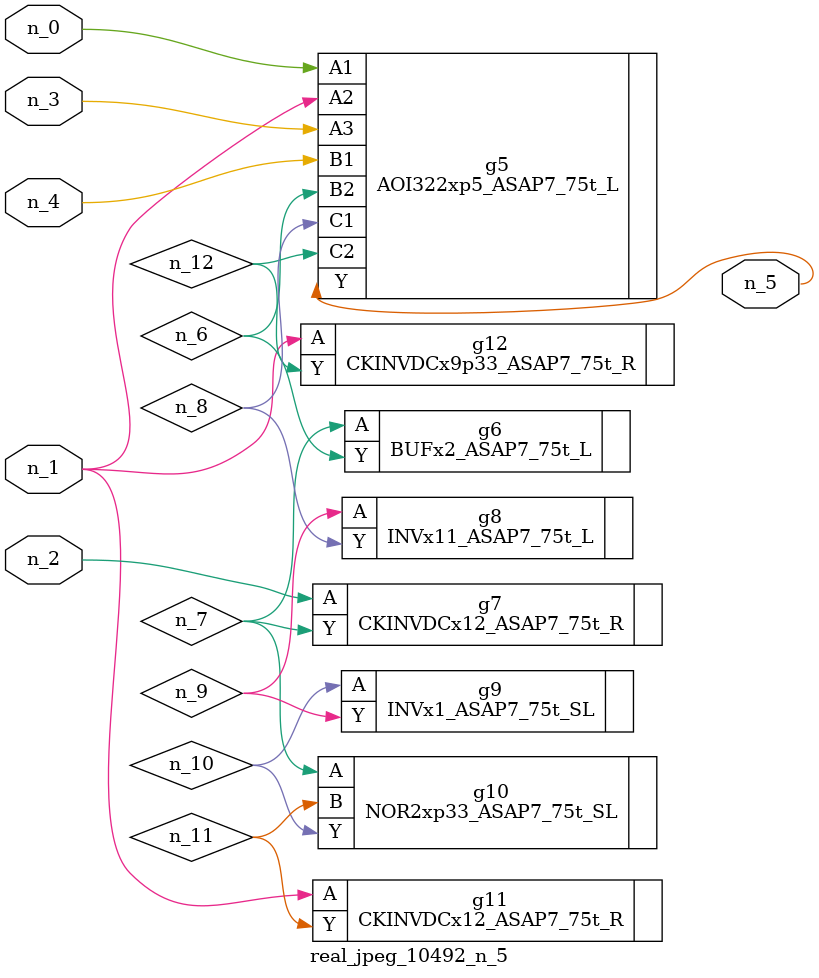
<source format=v>
module real_jpeg_10492_n_5 (n_4, n_0, n_1, n_2, n_3, n_5);

input n_4;
input n_0;
input n_1;
input n_2;
input n_3;

output n_5;

wire n_12;
wire n_8;
wire n_11;
wire n_6;
wire n_7;
wire n_10;
wire n_9;

AOI322xp5_ASAP7_75t_L g5 ( 
.A1(n_0),
.A2(n_1),
.A3(n_3),
.B1(n_4),
.B2(n_6),
.C1(n_8),
.C2(n_12),
.Y(n_5)
);

CKINVDCx12_ASAP7_75t_R g11 ( 
.A(n_1),
.Y(n_11)
);

CKINVDCx9p33_ASAP7_75t_R g12 ( 
.A(n_1),
.Y(n_12)
);

CKINVDCx12_ASAP7_75t_R g7 ( 
.A(n_2),
.Y(n_7)
);

BUFx2_ASAP7_75t_L g6 ( 
.A(n_7),
.Y(n_6)
);

NOR2xp33_ASAP7_75t_SL g10 ( 
.A(n_7),
.B(n_11),
.Y(n_10)
);

INVx11_ASAP7_75t_L g8 ( 
.A(n_9),
.Y(n_8)
);

INVx1_ASAP7_75t_SL g9 ( 
.A(n_10),
.Y(n_9)
);


endmodule
</source>
